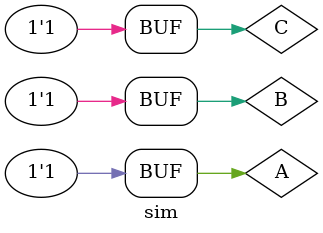
<source format=v>
`timescale 1ns / 1ps

module sim();
    reg C, B, A;
    wire S, COUT;
    full_adder_v U1(C, B, A, S, COUT);
    initial
    begin
        C = 1'b0;
        B = 1'b0;
        A = 1'b0;
        #100
        C = 1'b0;
        B = 1'b0;
        A = 1'b1;
        #100
        C = 1'b0;
        B = 1'b1;
        A = 1'b0;
        #100
        C = 1'b0;
        B = 1'b1;
        A = 1'b1;
        #100
        C = 1'b1;
        B = 1'b0;
        A = 1'b0;
        #100
        C = 1'b1;
        B = 1'b0;
        A = 1'b1;
        #100
        C = 1'b1;
        B = 1'b1;
        A = 1'b0;
        #100
        C = 1'b1;
        B = 1'b1;
        A = 1'b1;
    end
endmodule

</source>
